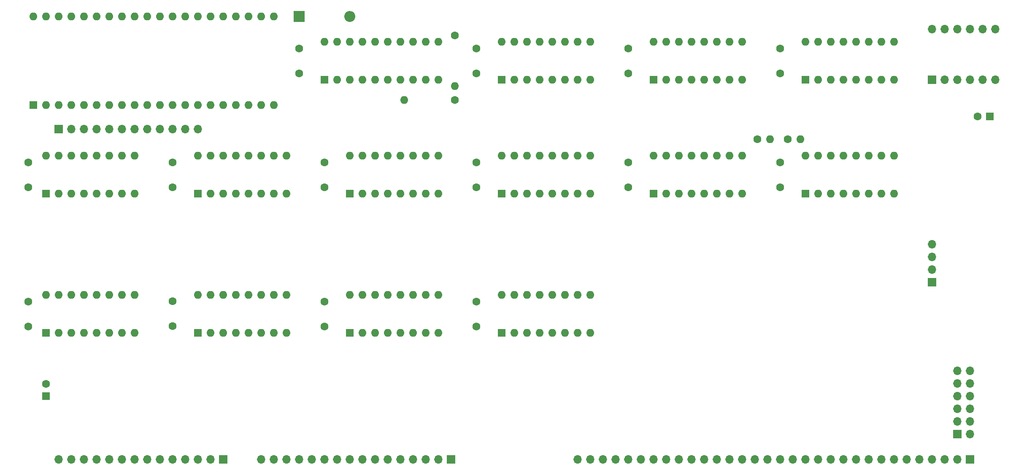
<source format=gbs>
G04 #@! TF.GenerationSoftware,KiCad,Pcbnew,(7.0.0)*
G04 #@! TF.CreationDate,2023-09-24T17:48:51-07:00*
G04 #@! TF.ProjectId,peripheral_interface,70657269-7068-4657-9261-6c5f696e7465,rev?*
G04 #@! TF.SameCoordinates,Original*
G04 #@! TF.FileFunction,Soldermask,Bot*
G04 #@! TF.FilePolarity,Negative*
%FSLAX46Y46*%
G04 Gerber Fmt 4.6, Leading zero omitted, Abs format (unit mm)*
G04 Created by KiCad (PCBNEW (7.0.0)) date 2023-09-24 17:48:51*
%MOMM*%
%LPD*%
G01*
G04 APERTURE LIST*
%ADD10R,1.600000X1.600000*%
%ADD11O,1.600000X1.600000*%
%ADD12C,1.600000*%
%ADD13R,1.700000X1.700000*%
%ADD14O,1.700000X1.700000*%
%ADD15R,2.200000X2.200000*%
%ADD16O,2.200000X2.200000*%
G04 APERTURE END LIST*
D10*
X182879999Y-63499999D03*
D11*
X185419999Y-63499999D03*
X187959999Y-63499999D03*
X190499999Y-63499999D03*
X193039999Y-63499999D03*
X195579999Y-63499999D03*
X198119999Y-63499999D03*
X200659999Y-63499999D03*
X200659999Y-55879999D03*
X198119999Y-55879999D03*
X195579999Y-55879999D03*
X193039999Y-55879999D03*
X190499999Y-55879999D03*
X187959999Y-55879999D03*
X185419999Y-55879999D03*
X182879999Y-55879999D03*
D10*
X91439999Y-86359999D03*
D11*
X93979999Y-86359999D03*
X96519999Y-86359999D03*
X99059999Y-86359999D03*
X101599999Y-86359999D03*
X104139999Y-86359999D03*
X106679999Y-86359999D03*
X109219999Y-86359999D03*
X109219999Y-78739999D03*
X106679999Y-78739999D03*
X104139999Y-78739999D03*
X101599999Y-78739999D03*
X99059999Y-78739999D03*
X96519999Y-78739999D03*
X93979999Y-78739999D03*
X91439999Y-78739999D03*
D10*
X182879999Y-86359999D03*
D11*
X185419999Y-86359999D03*
X187959999Y-86359999D03*
X190499999Y-86359999D03*
X193039999Y-86359999D03*
X195579999Y-86359999D03*
X198119999Y-86359999D03*
X200659999Y-86359999D03*
X200659999Y-78739999D03*
X198119999Y-78739999D03*
X195579999Y-78739999D03*
X193039999Y-78739999D03*
X190499999Y-78739999D03*
X187959999Y-78739999D03*
X185419999Y-78739999D03*
X182879999Y-78739999D03*
D12*
X143002000Y-67564000D03*
D11*
X132841999Y-67563999D03*
D12*
X147320000Y-85050000D03*
X147320000Y-80050000D03*
D13*
X142239999Y-139699999D03*
D14*
X139699999Y-139699999D03*
X137159999Y-139699999D03*
X134619999Y-139699999D03*
X132079999Y-139699999D03*
X129539999Y-139699999D03*
X126999999Y-139699999D03*
X124459999Y-139699999D03*
X121919999Y-139699999D03*
X119379999Y-139699999D03*
X116839999Y-139699999D03*
X114299999Y-139699999D03*
X111759999Y-139699999D03*
X109219999Y-139699999D03*
X106679999Y-139699999D03*
X104139999Y-139699999D03*
D12*
X208280000Y-85090000D03*
X208280000Y-80090000D03*
D10*
X213359999Y-63499999D03*
D11*
X215899999Y-63499999D03*
X218439999Y-63499999D03*
X220979999Y-63499999D03*
X223519999Y-63499999D03*
X226059999Y-63499999D03*
X228599999Y-63499999D03*
X231139999Y-63499999D03*
X231139999Y-55879999D03*
X228599999Y-55879999D03*
X226059999Y-55879999D03*
X223519999Y-55879999D03*
X220979999Y-55879999D03*
X218439999Y-55879999D03*
X215899999Y-55879999D03*
X213359999Y-55879999D03*
D10*
X60959999Y-114299999D03*
D11*
X63499999Y-114299999D03*
X66039999Y-114299999D03*
X68579999Y-114299999D03*
X71119999Y-114299999D03*
X73659999Y-114299999D03*
X76199999Y-114299999D03*
X78739999Y-114299999D03*
X78739999Y-106679999D03*
X76199999Y-106679999D03*
X73659999Y-106679999D03*
X71119999Y-106679999D03*
X68579999Y-106679999D03*
X66039999Y-106679999D03*
X63499999Y-106679999D03*
X60959999Y-106679999D03*
D12*
X177800000Y-57190000D03*
X177800000Y-62190000D03*
D13*
X243839999Y-134619999D03*
D14*
X246379999Y-134619999D03*
X243839999Y-132079999D03*
X246379999Y-132079999D03*
X243839999Y-129539999D03*
X246379999Y-129539999D03*
X243839999Y-126999999D03*
X246379999Y-126999999D03*
X243839999Y-124459999D03*
X246379999Y-124459999D03*
X243839999Y-121919999D03*
X246379999Y-121919999D03*
D12*
X57404000Y-80050000D03*
X57404000Y-85050000D03*
D15*
X111759999Y-50799999D03*
D16*
X121919999Y-50799999D03*
D10*
X152399999Y-86359999D03*
D11*
X154939999Y-86359999D03*
X157479999Y-86359999D03*
X160019999Y-86359999D03*
X162559999Y-86359999D03*
X165099999Y-86359999D03*
X167639999Y-86359999D03*
X170179999Y-86359999D03*
X170179999Y-78739999D03*
X167639999Y-78739999D03*
X165099999Y-78739999D03*
X162559999Y-78739999D03*
X160019999Y-78739999D03*
X157479999Y-78739999D03*
X154939999Y-78739999D03*
X152399999Y-78739999D03*
D13*
X238759999Y-63499999D03*
D14*
X241299999Y-63499999D03*
X243839999Y-63499999D03*
X246379999Y-63499999D03*
X248919999Y-63499999D03*
X251459999Y-63499999D03*
X251459999Y-53339999D03*
X248919999Y-53339999D03*
X246379999Y-53339999D03*
X243839999Y-53339999D03*
X241299999Y-53339999D03*
X238759999Y-53339999D03*
D10*
X91439999Y-114299999D03*
D11*
X93979999Y-114299999D03*
X96519999Y-114299999D03*
X99059999Y-114299999D03*
X101599999Y-114299999D03*
X104139999Y-114299999D03*
X106679999Y-114299999D03*
X109219999Y-114299999D03*
X109219999Y-106679999D03*
X106679999Y-106679999D03*
X104139999Y-106679999D03*
X101599999Y-106679999D03*
X99059999Y-106679999D03*
X96519999Y-106679999D03*
X93979999Y-106679999D03*
X91439999Y-106679999D03*
D12*
X143002000Y-54610000D03*
D11*
X143001999Y-64769999D03*
D12*
X177800000Y-85050000D03*
X177800000Y-80050000D03*
X57404000Y-107990000D03*
X57404000Y-112990000D03*
D10*
X121919999Y-86359999D03*
D11*
X124459999Y-86359999D03*
X126999999Y-86359999D03*
X129539999Y-86359999D03*
X132079999Y-86359999D03*
X134619999Y-86359999D03*
X137159999Y-86359999D03*
X139699999Y-86359999D03*
X139699999Y-78739999D03*
X137159999Y-78739999D03*
X134619999Y-78739999D03*
X132079999Y-78739999D03*
X129539999Y-78739999D03*
X126999999Y-78739999D03*
X124459999Y-78739999D03*
X121919999Y-78739999D03*
D10*
X213359999Y-86359999D03*
D11*
X215899999Y-86359999D03*
X218439999Y-86359999D03*
X220979999Y-86359999D03*
X223519999Y-86359999D03*
X226059999Y-86359999D03*
X228599999Y-86359999D03*
X231139999Y-86359999D03*
X231139999Y-78739999D03*
X228599999Y-78739999D03*
X226059999Y-78739999D03*
X223519999Y-78739999D03*
X220979999Y-78739999D03*
X218439999Y-78739999D03*
X215899999Y-78739999D03*
X213359999Y-78739999D03*
D12*
X116840000Y-85050000D03*
X116840000Y-80050000D03*
D13*
X63499999Y-73380999D03*
D14*
X66039999Y-73380999D03*
X68579999Y-73380999D03*
X71119999Y-73380999D03*
X73659999Y-73380999D03*
X76199999Y-73380999D03*
X78739999Y-73380999D03*
X81279999Y-73380999D03*
X83819999Y-73380999D03*
X86359999Y-73380999D03*
X88899999Y-73380999D03*
X91439999Y-73380999D03*
D12*
X116840000Y-112990000D03*
X116840000Y-107990000D03*
D13*
X96519999Y-139699999D03*
D14*
X93979999Y-139699999D03*
X91439999Y-139699999D03*
X88899999Y-139699999D03*
X86359999Y-139699999D03*
X83819999Y-139699999D03*
X81279999Y-139699999D03*
X78739999Y-139699999D03*
X76199999Y-139699999D03*
X73659999Y-139699999D03*
X71119999Y-139699999D03*
X68579999Y-139699999D03*
X66039999Y-139699999D03*
X63499999Y-139699999D03*
D13*
X238759999Y-104139999D03*
D14*
X238759999Y-101599999D03*
X238759999Y-99059999D03*
X238759999Y-96519999D03*
D12*
X208280000Y-57190000D03*
X208280000Y-62190000D03*
X86360000Y-107950000D03*
X86360000Y-112950000D03*
X111760000Y-62190000D03*
X111760000Y-57190000D03*
D10*
X60959999Y-86359999D03*
D11*
X63499999Y-86359999D03*
X66039999Y-86359999D03*
X68579999Y-86359999D03*
X71119999Y-86359999D03*
X73659999Y-86359999D03*
X76199999Y-86359999D03*
X78739999Y-86359999D03*
X78739999Y-78739999D03*
X76199999Y-78739999D03*
X73659999Y-78739999D03*
X71119999Y-78739999D03*
X68579999Y-78739999D03*
X66039999Y-78739999D03*
X63499999Y-78739999D03*
X60959999Y-78739999D03*
D12*
X86360000Y-80090000D03*
X86360000Y-85090000D03*
D10*
X58419999Y-68579999D03*
D11*
X60959999Y-68579999D03*
X63499999Y-68579999D03*
X66039999Y-68579999D03*
X68579999Y-68579999D03*
X71119999Y-68579999D03*
X73659999Y-68579999D03*
X76199999Y-68579999D03*
X78739999Y-68579999D03*
X81279999Y-68579999D03*
X83819999Y-68579999D03*
X86359999Y-68579999D03*
X88899999Y-68579999D03*
X91439999Y-68579999D03*
X93979999Y-68579999D03*
X96519999Y-68579999D03*
X99059999Y-68579999D03*
X101599999Y-68579999D03*
X104139999Y-68579999D03*
X106679999Y-68579999D03*
X106679999Y-50799999D03*
X104139999Y-50799999D03*
X101599999Y-50799999D03*
X99059999Y-50799999D03*
X96519999Y-50799999D03*
X93979999Y-50799999D03*
X91439999Y-50799999D03*
X88899999Y-50799999D03*
X86359999Y-50799999D03*
X83819999Y-50799999D03*
X81279999Y-50799999D03*
X78739999Y-50799999D03*
X76199999Y-50799999D03*
X73659999Y-50799999D03*
X71119999Y-50799999D03*
X68579999Y-50799999D03*
X66039999Y-50799999D03*
X63499999Y-50799999D03*
X60959999Y-50799999D03*
X58419999Y-50799999D03*
D10*
X152399999Y-63499999D03*
D11*
X154939999Y-63499999D03*
X157479999Y-63499999D03*
X160019999Y-63499999D03*
X162559999Y-63499999D03*
X165099999Y-63499999D03*
X167639999Y-63499999D03*
X170179999Y-63499999D03*
X170179999Y-55879999D03*
X167639999Y-55879999D03*
X165099999Y-55879999D03*
X162559999Y-55879999D03*
X160019999Y-55879999D03*
X157479999Y-55879999D03*
X154939999Y-55879999D03*
X152399999Y-55879999D03*
D12*
X147320000Y-62190000D03*
X147320000Y-57190000D03*
D10*
X116839999Y-63499999D03*
D11*
X119379999Y-63499999D03*
X121919999Y-63499999D03*
X124459999Y-63499999D03*
X126999999Y-63499999D03*
X129539999Y-63499999D03*
X132079999Y-63499999D03*
X134619999Y-63499999D03*
X137159999Y-63499999D03*
X139699999Y-63499999D03*
X139699999Y-55879999D03*
X137159999Y-55879999D03*
X134619999Y-55879999D03*
X132079999Y-55879999D03*
X129539999Y-55879999D03*
X126999999Y-55879999D03*
X124459999Y-55879999D03*
X121919999Y-55879999D03*
X119379999Y-55879999D03*
X116839999Y-55879999D03*
D10*
X121919999Y-114289999D03*
D11*
X124459999Y-114289999D03*
X126999999Y-114289999D03*
X129539999Y-114289999D03*
X132079999Y-114289999D03*
X134619999Y-114289999D03*
X137159999Y-114289999D03*
X139699999Y-114289999D03*
X139699999Y-106669999D03*
X137159999Y-106669999D03*
X134619999Y-106669999D03*
X132079999Y-106669999D03*
X129539999Y-106669999D03*
X126999999Y-106669999D03*
X124459999Y-106669999D03*
X121919999Y-106669999D03*
D13*
X246379999Y-139699999D03*
D14*
X243839999Y-139699999D03*
X241299999Y-139699999D03*
X238759999Y-139699999D03*
X236219999Y-139699999D03*
X233679999Y-139699999D03*
X231139999Y-139699999D03*
X228599999Y-139699999D03*
X226059999Y-139699999D03*
X223519999Y-139699999D03*
X220979999Y-139699999D03*
X218439999Y-139699999D03*
X215899999Y-139699999D03*
X213359999Y-139699999D03*
X210819999Y-139699999D03*
X208279999Y-139699999D03*
X205739999Y-139699999D03*
X203199999Y-139699999D03*
X200659999Y-139699999D03*
X198119999Y-139699999D03*
X195579999Y-139699999D03*
X193039999Y-139699999D03*
X190499999Y-139699999D03*
X187959999Y-139699999D03*
X185419999Y-139699999D03*
X182879999Y-139699999D03*
X180339999Y-139699999D03*
X177799999Y-139699999D03*
X175259999Y-139699999D03*
X172719999Y-139699999D03*
X170179999Y-139699999D03*
X167639999Y-139699999D03*
D10*
X250356378Y-70865999D03*
D12*
X247856379Y-70866000D03*
D10*
X152399999Y-114299999D03*
D11*
X154939999Y-114299999D03*
X157479999Y-114299999D03*
X160019999Y-114299999D03*
X162559999Y-114299999D03*
X165099999Y-114299999D03*
X167639999Y-114299999D03*
X170179999Y-114299999D03*
X170179999Y-106679999D03*
X167639999Y-106679999D03*
X165099999Y-106679999D03*
X162559999Y-106679999D03*
X160019999Y-106679999D03*
X157479999Y-106679999D03*
X154939999Y-106679999D03*
X152399999Y-106679999D03*
D10*
X60959999Y-126999999D03*
D12*
X60960000Y-124500000D03*
X147320000Y-112990000D03*
X147320000Y-107990000D03*
X203708000Y-75438000D03*
D11*
X206247999Y-75437999D03*
D12*
X209804000Y-75438000D03*
D11*
X212343999Y-75437999D03*
M02*

</source>
